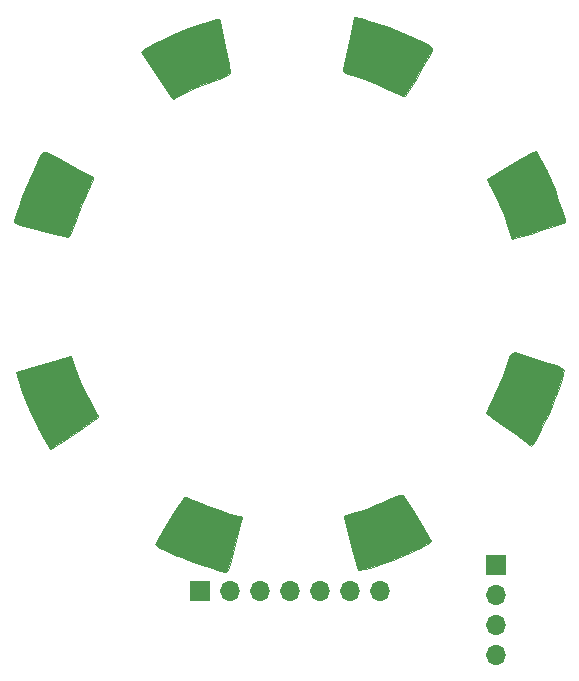
<source format=gbr>
%TF.GenerationSoftware,KiCad,Pcbnew,8.0.4*%
%TF.CreationDate,2025-02-22T00:19:56+08:00*%
%TF.ProjectId,maibadge_ver2,6d616962-6164-4676-955f-766572322e6b,rev?*%
%TF.SameCoordinates,Original*%
%TF.FileFunction,Soldermask,Top*%
%TF.FilePolarity,Negative*%
%FSLAX46Y46*%
G04 Gerber Fmt 4.6, Leading zero omitted, Abs format (unit mm)*
G04 Created by KiCad (PCBNEW 8.0.4) date 2025-02-22 00:19:56*
%MOMM*%
%LPD*%
G01*
G04 APERTURE LIST*
%ADD10C,0.100000*%
%ADD11R,1.700000X1.700000*%
%ADD12O,1.700000X1.700000*%
G04 APERTURE END LIST*
D10*
X210997441Y-81486948D02*
X211778979Y-82978251D01*
X212464819Y-84541328D01*
X212783814Y-85426540D01*
X213110784Y-86311751D01*
X213238383Y-86790244D01*
X213334081Y-87157089D01*
X213334081Y-87316587D01*
X213158634Y-87428235D01*
X212448869Y-87667481D01*
X211340361Y-88042301D01*
X210447174Y-88305472D01*
X209043594Y-88712191D01*
X208892072Y-88728141D01*
X208788398Y-88608518D01*
X208485353Y-87842929D01*
X208150408Y-86758345D01*
X207823437Y-85944907D01*
X207424693Y-85051720D01*
X206946200Y-84118659D01*
X206726891Y-83709547D01*
X207616091Y-83185598D01*
X209131318Y-82284436D01*
X210455149Y-81502897D01*
X210909717Y-81335425D01*
X210997441Y-81486948D01*
G36*
X210997441Y-81486948D02*
G01*
X211778979Y-82978251D01*
X212464819Y-84541328D01*
X212783814Y-85426540D01*
X213110784Y-86311751D01*
X213238383Y-86790244D01*
X213334081Y-87157089D01*
X213334081Y-87316587D01*
X213158634Y-87428235D01*
X212448869Y-87667481D01*
X211340361Y-88042301D01*
X210447174Y-88305472D01*
X209043594Y-88712191D01*
X208892072Y-88728141D01*
X208788398Y-88608518D01*
X208485353Y-87842929D01*
X208150408Y-86758345D01*
X207823437Y-85944907D01*
X207424693Y-85051720D01*
X206946200Y-84118659D01*
X206726891Y-83709547D01*
X207616091Y-83185598D01*
X209131318Y-82284436D01*
X210455149Y-81502897D01*
X210909717Y-81335425D01*
X210997441Y-81486948D01*
G37*
X210102659Y-98677205D02*
X211889032Y-99243422D01*
X212542973Y-99466718D01*
X212933742Y-99586342D01*
X213149064Y-99737864D01*
X213212863Y-99777739D01*
X213252737Y-99873437D01*
X213212863Y-100072810D01*
X213109189Y-100583202D01*
X212822094Y-101380690D01*
X212439299Y-102377551D01*
X211952832Y-103549858D01*
X211601937Y-104259623D01*
X211322816Y-104881664D01*
X210979896Y-105527629D01*
X210772549Y-105838649D01*
X210453554Y-106253343D01*
X209241372Y-105384081D01*
X207454998Y-104092150D01*
X206633585Y-103486059D01*
X207056254Y-102529073D01*
X207606521Y-101452464D01*
X208021215Y-100543328D01*
X208404009Y-99378995D01*
X208611356Y-98756954D01*
X208762879Y-98517708D01*
X208906427Y-98382135D01*
X209073899Y-98366185D01*
X210102659Y-98677205D01*
G36*
X210102659Y-98677205D02*
G01*
X211889032Y-99243422D01*
X212542973Y-99466718D01*
X212933742Y-99586342D01*
X213149064Y-99737864D01*
X213212863Y-99777739D01*
X213252737Y-99873437D01*
X213212863Y-100072810D01*
X213109189Y-100583202D01*
X212822094Y-101380690D01*
X212439299Y-102377551D01*
X211952832Y-103549858D01*
X211601937Y-104259623D01*
X211322816Y-104881664D01*
X210979896Y-105527629D01*
X210772549Y-105838649D01*
X210453554Y-106253343D01*
X209241372Y-105384081D01*
X207454998Y-104092150D01*
X206633585Y-103486059D01*
X207056254Y-102529073D01*
X207606521Y-101452464D01*
X208021215Y-100543328D01*
X208404009Y-99378995D01*
X208611356Y-98756954D01*
X208762879Y-98517708D01*
X208906427Y-98382135D01*
X209073899Y-98366185D01*
X210102659Y-98677205D01*
G37*
X171693074Y-99204145D02*
X172235531Y-100606346D01*
X172634698Y-101558204D01*
X173013394Y-102336067D01*
X173821962Y-103758737D01*
X173842432Y-103871323D01*
X172880339Y-104546835D01*
X171734015Y-105293993D01*
X170086173Y-106368672D01*
X169779122Y-106522197D01*
X169492541Y-106112796D01*
X169134315Y-105488458D01*
X168735149Y-104761771D01*
X168366687Y-103983908D01*
X167967521Y-103154870D01*
X167363653Y-101691260D01*
X166833142Y-100045294D01*
X168859680Y-99446545D01*
X171531024Y-98709622D01*
X171693074Y-99204145D01*
G36*
X171693074Y-99204145D02*
G01*
X172235531Y-100606346D01*
X172634698Y-101558204D01*
X173013394Y-102336067D01*
X173821962Y-103758737D01*
X173842432Y-103871323D01*
X172880339Y-104546835D01*
X171734015Y-105293993D01*
X170086173Y-106368672D01*
X169779122Y-106522197D01*
X169492541Y-106112796D01*
X169134315Y-105488458D01*
X168735149Y-104761771D01*
X168366687Y-103983908D01*
X167967521Y-103154870D01*
X167363653Y-101691260D01*
X166833142Y-100045294D01*
X168859680Y-99446545D01*
X171531024Y-98709622D01*
X171693074Y-99204145D01*
G37*
X184110080Y-70339240D02*
X184202195Y-70728172D01*
X184570657Y-72386248D01*
X184745880Y-73215286D01*
X184899406Y-73962443D01*
X184971051Y-74637956D01*
X184858466Y-74781246D01*
X184449064Y-75016652D01*
X183794022Y-75262293D01*
X182391822Y-75825220D01*
X181296673Y-76296032D01*
X180743981Y-76562143D01*
X180416460Y-76766844D01*
X180293639Y-76858959D01*
X180150349Y-76869194D01*
X180007058Y-76777079D01*
X178594623Y-74730071D01*
X177416365Y-72928705D01*
X177713181Y-72703534D01*
X178061173Y-72498833D01*
X178634335Y-72202017D01*
X179361023Y-71823321D01*
X180220766Y-71393449D01*
X181234034Y-70984047D01*
X182431534Y-70543941D01*
X183383392Y-70267595D01*
X183772324Y-70165244D01*
X184007730Y-70155009D01*
X184110080Y-70339240D01*
G36*
X184110080Y-70339240D02*
G01*
X184202195Y-70728172D01*
X184570657Y-72386248D01*
X184745880Y-73215286D01*
X184899406Y-73962443D01*
X184971051Y-74637956D01*
X184858466Y-74781246D01*
X184449064Y-75016652D01*
X183794022Y-75262293D01*
X182391822Y-75825220D01*
X181296673Y-76296032D01*
X180743981Y-76562143D01*
X180416460Y-76766844D01*
X180293639Y-76858959D01*
X180150349Y-76869194D01*
X180007058Y-76777079D01*
X178594623Y-74730071D01*
X177416365Y-72928705D01*
X177713181Y-72703534D01*
X178061173Y-72498833D01*
X178634335Y-72202017D01*
X179361023Y-71823321D01*
X180220766Y-71393449D01*
X181234034Y-70984047D01*
X182431534Y-70543941D01*
X183383392Y-70267595D01*
X183772324Y-70165244D01*
X184007730Y-70155009D01*
X184110080Y-70339240D01*
G37*
X181430201Y-110679693D02*
X181873719Y-110884393D01*
X182521938Y-111150504D01*
X183136041Y-111375675D01*
X183886610Y-111662256D01*
X184562123Y-111880604D01*
X185012464Y-112037541D01*
X185394572Y-112146715D01*
X185619743Y-112201302D01*
X185892678Y-112255889D01*
X185960911Y-112303652D01*
X185156574Y-115633451D01*
X185026930Y-116049676D01*
X184897286Y-116513664D01*
X184808582Y-116772952D01*
X184706232Y-116909419D01*
X184665292Y-116970829D01*
X184092130Y-116854832D01*
X183170976Y-116568251D01*
X182379467Y-116302140D01*
X181860891Y-116124733D01*
X180796448Y-115715331D01*
X180250579Y-115476514D01*
X179813884Y-115278636D01*
X179186135Y-114992055D01*
X178844967Y-114821471D01*
X178708500Y-114698651D01*
X178647090Y-114603124D01*
X178688030Y-114466657D01*
X179329426Y-113395389D01*
X180236932Y-111880604D01*
X180979859Y-110747926D01*
X181109503Y-110638753D01*
X181218677Y-110638753D01*
X181430201Y-110679693D01*
G36*
X181430201Y-110679693D02*
G01*
X181873719Y-110884393D01*
X182521938Y-111150504D01*
X183136041Y-111375675D01*
X183886610Y-111662256D01*
X184562123Y-111880604D01*
X185012464Y-112037541D01*
X185394572Y-112146715D01*
X185619743Y-112201302D01*
X185892678Y-112255889D01*
X185960911Y-112303652D01*
X185156574Y-115633451D01*
X185026930Y-116049676D01*
X184897286Y-116513664D01*
X184808582Y-116772952D01*
X184706232Y-116909419D01*
X184665292Y-116970829D01*
X184092130Y-116854832D01*
X183170976Y-116568251D01*
X182379467Y-116302140D01*
X181860891Y-116124733D01*
X180796448Y-115715331D01*
X180250579Y-115476514D01*
X179813884Y-115278636D01*
X179186135Y-114992055D01*
X178844967Y-114821471D01*
X178708500Y-114698651D01*
X178647090Y-114603124D01*
X178688030Y-114466657D01*
X179329426Y-113395389D01*
X180236932Y-111880604D01*
X180979859Y-110747926D01*
X181109503Y-110638753D01*
X181218677Y-110638753D01*
X181430201Y-110679693D01*
G37*
X170123196Y-81696739D02*
X171791508Y-82658833D01*
X173347233Y-83539046D01*
X173367703Y-83723277D01*
X172804776Y-85053832D01*
X172467020Y-85729344D01*
X171996208Y-86875669D01*
X171740332Y-87561416D01*
X171412811Y-88441629D01*
X171300226Y-88574685D01*
X169386274Y-88155048D01*
X168188774Y-87858232D01*
X167216446Y-87592121D01*
X166899160Y-87448831D01*
X166755869Y-87407890D01*
X166725164Y-87264600D01*
X166837749Y-86670968D01*
X167073155Y-86056866D01*
X167318796Y-85381353D01*
X167728198Y-84347614D01*
X168260420Y-83098940D01*
X168731231Y-82075436D01*
X169007577Y-81563684D01*
X169171338Y-81369218D01*
X169396509Y-81358983D01*
X170123196Y-81696739D01*
G36*
X170123196Y-81696739D02*
G01*
X171791508Y-82658833D01*
X173347233Y-83539046D01*
X173367703Y-83723277D01*
X172804776Y-85053832D01*
X172467020Y-85729344D01*
X171996208Y-86875669D01*
X171740332Y-87561416D01*
X171412811Y-88441629D01*
X171300226Y-88574685D01*
X169386274Y-88155048D01*
X168188774Y-87858232D01*
X167216446Y-87592121D01*
X166899160Y-87448831D01*
X166755869Y-87407890D01*
X166725164Y-87264600D01*
X166837749Y-86670968D01*
X167073155Y-86056866D01*
X167318796Y-85381353D01*
X167728198Y-84347614D01*
X168260420Y-83098940D01*
X168731231Y-82075436D01*
X169007577Y-81563684D01*
X169171338Y-81369218D01*
X169396509Y-81358983D01*
X170123196Y-81696739D01*
G37*
X196073846Y-70048266D02*
X196767661Y-70271563D01*
X197557174Y-70526759D01*
X198410487Y-70813855D01*
X199638619Y-71300323D01*
X200252685Y-71563494D01*
X200954474Y-71906414D01*
X201464867Y-72153635D01*
X201847661Y-72360982D01*
X202015134Y-72464656D01*
X202078933Y-72576304D01*
X202094882Y-72703902D01*
X201967284Y-72983023D01*
X201424992Y-73963934D01*
X200627504Y-75359538D01*
X200156986Y-76109177D01*
X199758242Y-76667419D01*
X199598744Y-76667419D01*
X198482261Y-76125127D01*
X197597049Y-75734357D01*
X196289168Y-75200040D01*
X195539529Y-74984719D01*
X194981287Y-74793321D01*
X194678242Y-74697623D01*
X194550644Y-74562050D01*
X194526719Y-74394577D01*
X195204584Y-71300323D01*
X195467755Y-69952568D01*
X196073846Y-70048266D01*
G36*
X196073846Y-70048266D02*
G01*
X196767661Y-70271563D01*
X197557174Y-70526759D01*
X198410487Y-70813855D01*
X199638619Y-71300323D01*
X200252685Y-71563494D01*
X200954474Y-71906414D01*
X201464867Y-72153635D01*
X201847661Y-72360982D01*
X202015134Y-72464656D01*
X202078933Y-72576304D01*
X202094882Y-72703902D01*
X201967284Y-72983023D01*
X201424992Y-73963934D01*
X200627504Y-75359538D01*
X200156986Y-76109177D01*
X199758242Y-76667419D01*
X199598744Y-76667419D01*
X198482261Y-76125127D01*
X197597049Y-75734357D01*
X196289168Y-75200040D01*
X195539529Y-74984719D01*
X194981287Y-74793321D01*
X194678242Y-74697623D01*
X194550644Y-74562050D01*
X194526719Y-74394577D01*
X195204584Y-71300323D01*
X195467755Y-69952568D01*
X196073846Y-70048266D01*
G37*
X199607714Y-110422213D02*
X200476976Y-111746043D01*
X201194715Y-112942276D01*
X201984229Y-114345855D01*
X201840681Y-114505353D01*
X201027243Y-114959921D01*
X199982533Y-115414489D01*
X198786301Y-115924882D01*
X197996788Y-116227927D01*
X196848405Y-116594772D01*
X195899394Y-116826043D01*
X195803695Y-116770219D01*
X195731921Y-116570847D01*
X195396976Y-115366640D01*
X194966332Y-113652040D01*
X194655312Y-112352135D01*
X194655312Y-112248461D01*
X195085956Y-112080989D01*
X195644197Y-111881616D01*
X196545359Y-111586546D01*
X197294998Y-111283500D01*
X197909064Y-111036279D01*
X198483255Y-110797032D01*
X198905924Y-110589686D01*
X199272769Y-110446138D01*
X199488091Y-110406263D01*
X199607714Y-110422213D01*
G36*
X199607714Y-110422213D02*
G01*
X200476976Y-111746043D01*
X201194715Y-112942276D01*
X201984229Y-114345855D01*
X201840681Y-114505353D01*
X201027243Y-114959921D01*
X199982533Y-115414489D01*
X198786301Y-115924882D01*
X197996788Y-116227927D01*
X196848405Y-116594772D01*
X195899394Y-116826043D01*
X195803695Y-116770219D01*
X195731921Y-116570847D01*
X195396976Y-115366640D01*
X194966332Y-113652040D01*
X194655312Y-112352135D01*
X194655312Y-112248461D01*
X195085956Y-112080989D01*
X195644197Y-111881616D01*
X196545359Y-111586546D01*
X197294998Y-111283500D01*
X197909064Y-111036279D01*
X198483255Y-110797032D01*
X198905924Y-110589686D01*
X199272769Y-110446138D01*
X199488091Y-110406263D01*
X199607714Y-110422213D01*
G37*
D11*
%TO.C,GC9A1*%
X182467622Y-118537223D03*
D12*
X185007622Y-118537223D03*
X187547622Y-118537223D03*
X190087622Y-118537223D03*
X192627622Y-118537223D03*
X195167622Y-118537223D03*
X197707622Y-118537223D03*
%TD*%
D11*
%TO.C,J1*%
X207518000Y-116342000D03*
D12*
X207518000Y-118882000D03*
X207518000Y-121422000D03*
X207518000Y-123962000D03*
%TD*%
M02*

</source>
